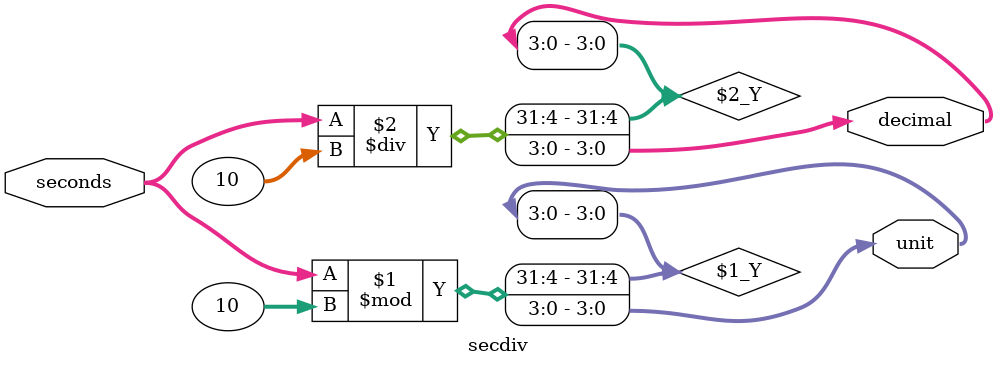
<source format=sv>
module secdiv(
input [5:0] seconds,
output [3:0] unit,
output [3:0] decimal
);

// divide a contagem dos numeros (59 a 0) em dezenas e unidades
assign unit = seconds % 10;
assign decimal = seconds / 10;

endmodule
</source>
